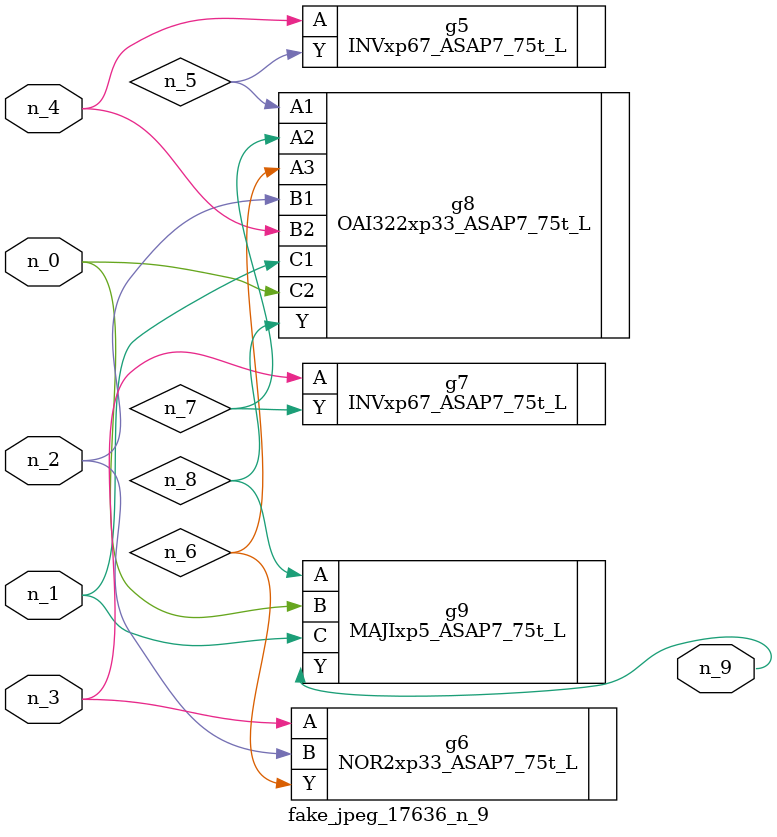
<source format=v>
module fake_jpeg_17636_n_9 (n_3, n_2, n_1, n_0, n_4, n_9);

input n_3;
input n_2;
input n_1;
input n_0;
input n_4;

output n_9;

wire n_8;
wire n_6;
wire n_5;
wire n_7;

INVxp67_ASAP7_75t_L g5 ( 
.A(n_4),
.Y(n_5)
);

NOR2xp33_ASAP7_75t_L g6 ( 
.A(n_3),
.B(n_2),
.Y(n_6)
);

INVxp67_ASAP7_75t_L g7 ( 
.A(n_3),
.Y(n_7)
);

OAI322xp33_ASAP7_75t_L g8 ( 
.A1(n_5),
.A2(n_7),
.A3(n_6),
.B1(n_2),
.B2(n_4),
.C1(n_1),
.C2(n_0),
.Y(n_8)
);

MAJIxp5_ASAP7_75t_L g9 ( 
.A(n_8),
.B(n_0),
.C(n_1),
.Y(n_9)
);


endmodule
</source>
